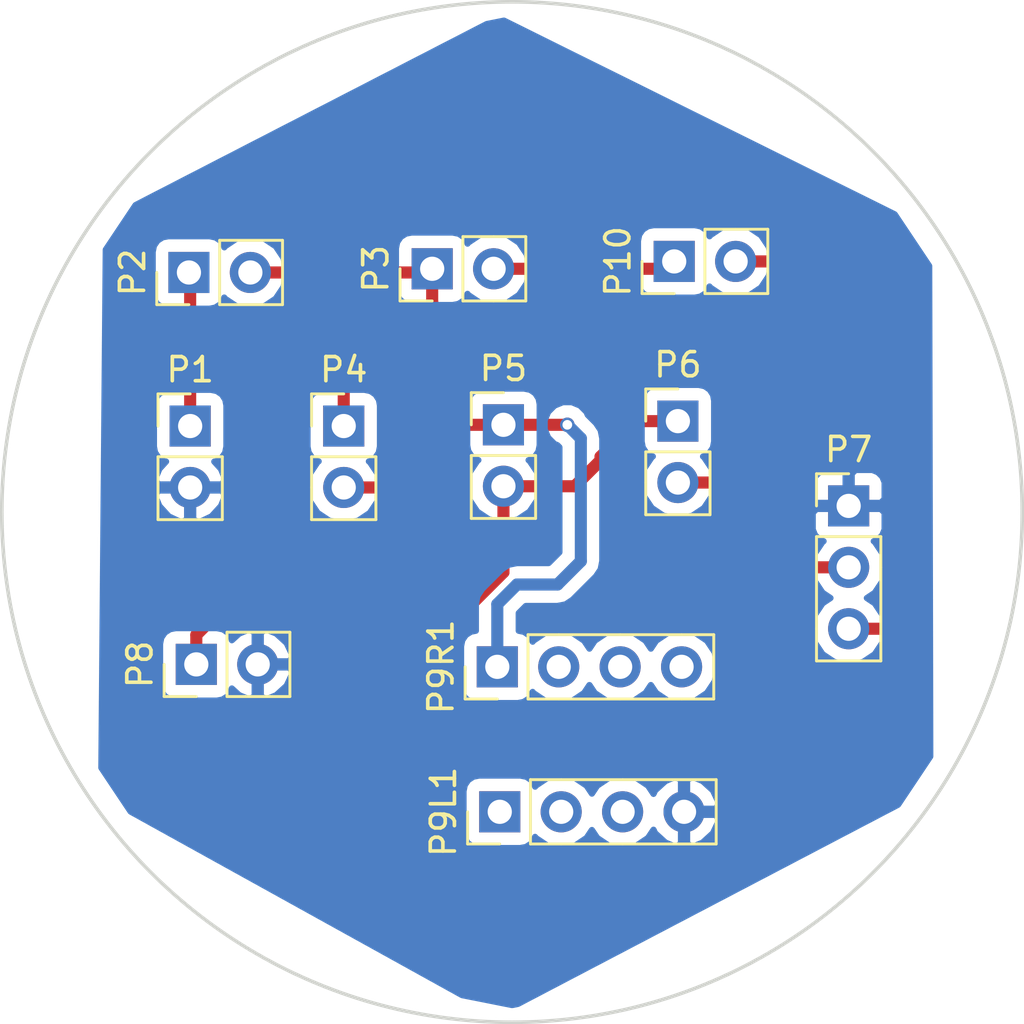
<source format=kicad_pcb>
(kicad_pcb (version 4) (host pcbnew 4.0.4-stable)

  (general
    (links 13)
    (no_connects 0)
    (area 83.576936 78.344536 125.922264 120.689864)
    (thickness 1.6)
    (drawings 1)
    (tracks 44)
    (zones 0)
    (modules 11)
    (nets 15)
  )

  (page A4)
  (layers
    (0 F.Cu signal)
    (31 B.Cu signal)
    (32 B.Adhes user)
    (33 F.Adhes user)
    (34 B.Paste user)
    (35 F.Paste user)
    (36 B.SilkS user)
    (37 F.SilkS user)
    (38 B.Mask user)
    (39 F.Mask user)
    (40 Dwgs.User user)
    (41 Cmts.User user)
    (42 Eco1.User user)
    (43 Eco2.User user)
    (44 Edge.Cuts user)
    (45 Margin user)
    (46 B.CrtYd user)
    (47 F.CrtYd user)
    (48 B.Fab user)
    (49 F.Fab user)
  )

  (setup
    (last_trace_width 0.5)
    (trace_clearance 0.4)
    (zone_clearance 0.508)
    (zone_45_only no)
    (trace_min 0.2)
    (segment_width 0.2)
    (edge_width 0.15)
    (via_size 0.6)
    (via_drill 0.4)
    (via_min_size 0.4)
    (via_min_drill 0.3)
    (uvia_size 0.3)
    (uvia_drill 0.1)
    (uvias_allowed no)
    (uvia_min_size 0.2)
    (uvia_min_drill 0.1)
    (pcb_text_width 0.3)
    (pcb_text_size 1.5 1.5)
    (mod_edge_width 0.15)
    (mod_text_size 1 1)
    (mod_text_width 0.15)
    (pad_size 1.524 1.524)
    (pad_drill 0.762)
    (pad_to_mask_clearance 0.2)
    (aux_axis_origin 0 0)
    (visible_elements FFFFFF7F)
    (pcbplotparams
      (layerselection 0x00030_80000001)
      (usegerberextensions false)
      (excludeedgelayer true)
      (linewidth 0.100000)
      (plotframeref false)
      (viasonmask false)
      (mode 1)
      (useauxorigin false)
      (hpglpennumber 1)
      (hpglpenspeed 20)
      (hpglpendiameter 15)
      (hpglpenoverlay 2)
      (psnegative false)
      (psa4output false)
      (plotreference true)
      (plotvalue true)
      (plotinvisibletext false)
      (padsonsilk false)
      (subtractmaskfromsilk false)
      (outputformat 1)
      (mirror false)
      (drillshape 1)
      (scaleselection 1)
      (outputdirectory ""))
  )

  (net 0 "")
  (net 1 GND)
  (net 2 /3.0V)
  (net 3 /Resistors)
  (net 4 /LED)
  (net 5 /LM385)
  (net 6 /Capacitor)
  (net 7 /B)
  (net 8 /C)
  (net 9 "Net-(P9L1-Pad1)")
  (net 10 "Net-(P9L1-Pad2)")
  (net 11 "Net-(P9L1-Pad3)")
  (net 12 "Net-(P9R1-Pad2)")
  (net 13 "Net-(P9R1-Pad3)")
  (net 14 "Net-(P9R1-Pad4)")

  (net_class Default "This is the default net class."
    (clearance 0.4)
    (trace_width 0.5)
    (via_dia 0.6)
    (via_drill 0.4)
    (uvia_dia 0.3)
    (uvia_drill 0.1)
    (add_net /3.0V)
    (add_net /B)
    (add_net /C)
    (add_net /Capacitor)
    (add_net /LED)
    (add_net /LM385)
    (add_net /Resistors)
    (add_net GND)
    (add_net "Net-(P9L1-Pad1)")
    (add_net "Net-(P9L1-Pad2)")
    (add_net "Net-(P9L1-Pad3)")
    (add_net "Net-(P9R1-Pad2)")
    (add_net "Net-(P9R1-Pad3)")
    (add_net "Net-(P9R1-Pad4)")
  )

  (module Pin_Headers:Pin_Header_Straight_1x02_Pitch2.54mm (layer F.Cu) (tedit 59650532) (tstamp 5B0F551B)
    (at 91.44 95.9612)
    (descr "Through hole straight pin header, 1x02, 2.54mm pitch, single row")
    (tags "Through hole pin header THT 1x02 2.54mm single row")
    (path /5B081C02)
    (fp_text reference P1 (at 0 -2.33) (layer F.SilkS)
      (effects (font (size 1 1) (thickness 0.15)))
    )
    (fp_text value CONN_01X02 (at 0 4.87) (layer F.Fab)
      (effects (font (size 1 1) (thickness 0.15)))
    )
    (fp_line (start -0.635 -1.27) (end 1.27 -1.27) (layer F.Fab) (width 0.1))
    (fp_line (start 1.27 -1.27) (end 1.27 3.81) (layer F.Fab) (width 0.1))
    (fp_line (start 1.27 3.81) (end -1.27 3.81) (layer F.Fab) (width 0.1))
    (fp_line (start -1.27 3.81) (end -1.27 -0.635) (layer F.Fab) (width 0.1))
    (fp_line (start -1.27 -0.635) (end -0.635 -1.27) (layer F.Fab) (width 0.1))
    (fp_line (start -1.33 3.87) (end 1.33 3.87) (layer F.SilkS) (width 0.12))
    (fp_line (start -1.33 1.27) (end -1.33 3.87) (layer F.SilkS) (width 0.12))
    (fp_line (start 1.33 1.27) (end 1.33 3.87) (layer F.SilkS) (width 0.12))
    (fp_line (start -1.33 1.27) (end 1.33 1.27) (layer F.SilkS) (width 0.12))
    (fp_line (start -1.33 0) (end -1.33 -1.33) (layer F.SilkS) (width 0.12))
    (fp_line (start -1.33 -1.33) (end 0 -1.33) (layer F.SilkS) (width 0.12))
    (fp_line (start -1.8 -1.8) (end -1.8 4.35) (layer F.CrtYd) (width 0.05))
    (fp_line (start -1.8 4.35) (end 1.8 4.35) (layer F.CrtYd) (width 0.05))
    (fp_line (start 1.8 4.35) (end 1.8 -1.8) (layer F.CrtYd) (width 0.05))
    (fp_line (start 1.8 -1.8) (end -1.8 -1.8) (layer F.CrtYd) (width 0.05))
    (fp_text user %R (at 0 1.27 90) (layer F.Fab)
      (effects (font (size 1 1) (thickness 0.15)))
    )
    (pad 1 thru_hole rect (at 0 0) (size 1.7 1.7) (drill 1) (layers *.Cu *.Mask)
      (net 2 /3.0V))
    (pad 2 thru_hole oval (at 0 2.54) (size 1.7 1.7) (drill 1) (layers *.Cu *.Mask)
      (net 1 GND))
    (model ${KISYS3DMOD}/Pin_Headers.3dshapes/Pin_Header_Straight_1x02_Pitch2.54mm.wrl
      (at (xyz 0 0 0))
      (scale (xyz 1 1 1))
      (rotate (xyz 0 0 0))
    )
  )

  (module Pin_Headers:Pin_Header_Straight_1x02_Pitch2.54mm (layer F.Cu) (tedit 59650532) (tstamp 5B0F5521)
    (at 91.3892 89.6112 90)
    (descr "Through hole straight pin header, 1x02, 2.54mm pitch, single row")
    (tags "Through hole pin header THT 1x02 2.54mm single row")
    (path /5B081C5A)
    (fp_text reference P2 (at 0 -2.33 90) (layer F.SilkS)
      (effects (font (size 1 1) (thickness 0.15)))
    )
    (fp_text value CONN_01X02 (at 0 4.87 90) (layer F.Fab)
      (effects (font (size 1 1) (thickness 0.15)))
    )
    (fp_line (start -0.635 -1.27) (end 1.27 -1.27) (layer F.Fab) (width 0.1))
    (fp_line (start 1.27 -1.27) (end 1.27 3.81) (layer F.Fab) (width 0.1))
    (fp_line (start 1.27 3.81) (end -1.27 3.81) (layer F.Fab) (width 0.1))
    (fp_line (start -1.27 3.81) (end -1.27 -0.635) (layer F.Fab) (width 0.1))
    (fp_line (start -1.27 -0.635) (end -0.635 -1.27) (layer F.Fab) (width 0.1))
    (fp_line (start -1.33 3.87) (end 1.33 3.87) (layer F.SilkS) (width 0.12))
    (fp_line (start -1.33 1.27) (end -1.33 3.87) (layer F.SilkS) (width 0.12))
    (fp_line (start 1.33 1.27) (end 1.33 3.87) (layer F.SilkS) (width 0.12))
    (fp_line (start -1.33 1.27) (end 1.33 1.27) (layer F.SilkS) (width 0.12))
    (fp_line (start -1.33 0) (end -1.33 -1.33) (layer F.SilkS) (width 0.12))
    (fp_line (start -1.33 -1.33) (end 0 -1.33) (layer F.SilkS) (width 0.12))
    (fp_line (start -1.8 -1.8) (end -1.8 4.35) (layer F.CrtYd) (width 0.05))
    (fp_line (start -1.8 4.35) (end 1.8 4.35) (layer F.CrtYd) (width 0.05))
    (fp_line (start 1.8 4.35) (end 1.8 -1.8) (layer F.CrtYd) (width 0.05))
    (fp_line (start 1.8 -1.8) (end -1.8 -1.8) (layer F.CrtYd) (width 0.05))
    (fp_text user %R (at 0 1.27 180) (layer F.Fab)
      (effects (font (size 1 1) (thickness 0.15)))
    )
    (pad 1 thru_hole rect (at 0 0 90) (size 1.7 1.7) (drill 1) (layers *.Cu *.Mask)
      (net 2 /3.0V))
    (pad 2 thru_hole oval (at 0 2.54 90) (size 1.7 1.7) (drill 1) (layers *.Cu *.Mask)
      (net 3 /Resistors))
    (model ${KISYS3DMOD}/Pin_Headers.3dshapes/Pin_Header_Straight_1x02_Pitch2.54mm.wrl
      (at (xyz 0 0 0))
      (scale (xyz 1 1 1))
      (rotate (xyz 0 0 0))
    )
  )

  (module Pin_Headers:Pin_Header_Straight_1x02_Pitch2.54mm (layer F.Cu) (tedit 5B1332A3) (tstamp 5B0F5527)
    (at 101.4476 89.4588 90)
    (descr "Through hole straight pin header, 1x02, 2.54mm pitch, single row")
    (tags "Through hole pin header THT 1x02 2.54mm single row")
    (path /5B081C95)
    (fp_text reference P3 (at 0 -2.33 90) (layer F.SilkS)
      (effects (font (size 1 1) (thickness 0.15)))
    )
    (fp_text value CONN_01X02 (at 0 4.87 90) (layer F.Fab)
      (effects (font (size 1 1) (thickness 0.15)))
    )
    (fp_line (start -0.635 -1.27) (end 1.27 -1.27) (layer F.Fab) (width 0.1))
    (fp_line (start 1.27 -1.27) (end 1.27 3.81) (layer F.Fab) (width 0.1))
    (fp_line (start 1.27 3.81) (end -1.27 3.81) (layer F.Fab) (width 0.1))
    (fp_line (start -1.27 3.81) (end -1.27 -0.635) (layer F.Fab) (width 0.1))
    (fp_line (start -1.27 -0.635) (end -0.635 -1.27) (layer F.Fab) (width 0.1))
    (fp_line (start -1.33 3.87) (end 1.33 3.87) (layer F.SilkS) (width 0.12))
    (fp_line (start -1.33 1.27) (end -1.33 3.87) (layer F.SilkS) (width 0.12))
    (fp_line (start 1.33 1.27) (end 1.33 3.87) (layer F.SilkS) (width 0.12))
    (fp_line (start -1.33 1.27) (end 1.33 1.27) (layer F.SilkS) (width 0.12))
    (fp_line (start -1.33 0) (end -1.33 -1.33) (layer F.SilkS) (width 0.12))
    (fp_line (start -1.33 -1.33) (end 0 -1.33) (layer F.SilkS) (width 0.12))
    (fp_line (start -1.8 -1.8) (end -1.8 4.35) (layer F.CrtYd) (width 0.05))
    (fp_line (start -1.8 4.35) (end 1.8 4.35) (layer F.CrtYd) (width 0.05))
    (fp_line (start 1.8 4.35) (end 1.8 -1.8) (layer F.CrtYd) (width 0.05))
    (fp_line (start 1.8 -1.8) (end -1.8 -1.8) (layer F.CrtYd) (width 0.05))
    (fp_text user %R (at 0 1.27 180) (layer F.Fab)
      (effects (font (size 1 1) (thickness 0.15)))
    )
    (pad 1 thru_hole rect (at 0 0 90) (size 1.7 1.7) (drill 1) (layers *.Cu *.Mask)
      (net 3 /Resistors))
    (pad 2 thru_hole oval (at 0 2.54 90) (size 1.7 1.7) (drill 1) (layers *.Cu *.Mask)
      (net 4 /LED))
    (model ${KISYS3DMOD}/Pin_Headers.3dshapes/Pin_Header_Straight_1x02_Pitch2.54mm.wrl
      (at (xyz 0 0 0))
      (scale (xyz 1 1 1))
      (rotate (xyz 0 0 0))
    )
  )

  (module Pin_Headers:Pin_Header_Straight_1x02_Pitch2.54mm (layer F.Cu) (tedit 59650532) (tstamp 5B0F552D)
    (at 97.79 95.9612)
    (descr "Through hole straight pin header, 1x02, 2.54mm pitch, single row")
    (tags "Through hole pin header THT 1x02 2.54mm single row")
    (path /5B081CC4)
    (fp_text reference P4 (at 0 -2.33) (layer F.SilkS)
      (effects (font (size 1 1) (thickness 0.15)))
    )
    (fp_text value CONN_01X02 (at 0 4.87) (layer F.Fab)
      (effects (font (size 1 1) (thickness 0.15)))
    )
    (fp_line (start -0.635 -1.27) (end 1.27 -1.27) (layer F.Fab) (width 0.1))
    (fp_line (start 1.27 -1.27) (end 1.27 3.81) (layer F.Fab) (width 0.1))
    (fp_line (start 1.27 3.81) (end -1.27 3.81) (layer F.Fab) (width 0.1))
    (fp_line (start -1.27 3.81) (end -1.27 -0.635) (layer F.Fab) (width 0.1))
    (fp_line (start -1.27 -0.635) (end -0.635 -1.27) (layer F.Fab) (width 0.1))
    (fp_line (start -1.33 3.87) (end 1.33 3.87) (layer F.SilkS) (width 0.12))
    (fp_line (start -1.33 1.27) (end -1.33 3.87) (layer F.SilkS) (width 0.12))
    (fp_line (start 1.33 1.27) (end 1.33 3.87) (layer F.SilkS) (width 0.12))
    (fp_line (start -1.33 1.27) (end 1.33 1.27) (layer F.SilkS) (width 0.12))
    (fp_line (start -1.33 0) (end -1.33 -1.33) (layer F.SilkS) (width 0.12))
    (fp_line (start -1.33 -1.33) (end 0 -1.33) (layer F.SilkS) (width 0.12))
    (fp_line (start -1.8 -1.8) (end -1.8 4.35) (layer F.CrtYd) (width 0.05))
    (fp_line (start -1.8 4.35) (end 1.8 4.35) (layer F.CrtYd) (width 0.05))
    (fp_line (start 1.8 4.35) (end 1.8 -1.8) (layer F.CrtYd) (width 0.05))
    (fp_line (start 1.8 -1.8) (end -1.8 -1.8) (layer F.CrtYd) (width 0.05))
    (fp_text user %R (at 0 1.27 90) (layer F.Fab)
      (effects (font (size 1 1) (thickness 0.15)))
    )
    (pad 1 thru_hole rect (at 0 0) (size 1.7 1.7) (drill 1) (layers *.Cu *.Mask)
      (net 3 /Resistors))
    (pad 2 thru_hole oval (at 0 2.54) (size 1.7 1.7) (drill 1) (layers *.Cu *.Mask)
      (net 5 /LM385))
    (model ${KISYS3DMOD}/Pin_Headers.3dshapes/Pin_Header_Straight_1x02_Pitch2.54mm.wrl
      (at (xyz 0 0 0))
      (scale (xyz 1 1 1))
      (rotate (xyz 0 0 0))
    )
  )

  (module Pin_Headers:Pin_Header_Straight_1x02_Pitch2.54mm (layer F.Cu) (tedit 59650532) (tstamp 5B0F5533)
    (at 104.394 95.9104)
    (descr "Through hole straight pin header, 1x02, 2.54mm pitch, single row")
    (tags "Through hole pin header THT 1x02 2.54mm single row")
    (path /5B081CE3)
    (fp_text reference P5 (at 0 -2.33) (layer F.SilkS)
      (effects (font (size 1 1) (thickness 0.15)))
    )
    (fp_text value CONN_01X02 (at 0 4.87) (layer F.Fab)
      (effects (font (size 1 1) (thickness 0.15)))
    )
    (fp_line (start -0.635 -1.27) (end 1.27 -1.27) (layer F.Fab) (width 0.1))
    (fp_line (start 1.27 -1.27) (end 1.27 3.81) (layer F.Fab) (width 0.1))
    (fp_line (start 1.27 3.81) (end -1.27 3.81) (layer F.Fab) (width 0.1))
    (fp_line (start -1.27 3.81) (end -1.27 -0.635) (layer F.Fab) (width 0.1))
    (fp_line (start -1.27 -0.635) (end -0.635 -1.27) (layer F.Fab) (width 0.1))
    (fp_line (start -1.33 3.87) (end 1.33 3.87) (layer F.SilkS) (width 0.12))
    (fp_line (start -1.33 1.27) (end -1.33 3.87) (layer F.SilkS) (width 0.12))
    (fp_line (start 1.33 1.27) (end 1.33 3.87) (layer F.SilkS) (width 0.12))
    (fp_line (start -1.33 1.27) (end 1.33 1.27) (layer F.SilkS) (width 0.12))
    (fp_line (start -1.33 0) (end -1.33 -1.33) (layer F.SilkS) (width 0.12))
    (fp_line (start -1.33 -1.33) (end 0 -1.33) (layer F.SilkS) (width 0.12))
    (fp_line (start -1.8 -1.8) (end -1.8 4.35) (layer F.CrtYd) (width 0.05))
    (fp_line (start -1.8 4.35) (end 1.8 4.35) (layer F.CrtYd) (width 0.05))
    (fp_line (start 1.8 4.35) (end 1.8 -1.8) (layer F.CrtYd) (width 0.05))
    (fp_line (start 1.8 -1.8) (end -1.8 -1.8) (layer F.CrtYd) (width 0.05))
    (fp_text user %R (at 0 1.27 90) (layer F.Fab)
      (effects (font (size 1 1) (thickness 0.15)))
    )
    (pad 1 thru_hole rect (at 0 0) (size 1.7 1.7) (drill 1) (layers *.Cu *.Mask)
      (net 5 /LM385))
    (pad 2 thru_hole oval (at 0 2.54) (size 1.7 1.7) (drill 1) (layers *.Cu *.Mask)
      (net 6 /Capacitor))
    (model ${KISYS3DMOD}/Pin_Headers.3dshapes/Pin_Header_Straight_1x02_Pitch2.54mm.wrl
      (at (xyz 0 0 0))
      (scale (xyz 1 1 1))
      (rotate (xyz 0 0 0))
    )
  )

  (module Pin_Headers:Pin_Header_Straight_1x02_Pitch2.54mm (layer F.Cu) (tedit 59650532) (tstamp 5B0F5539)
    (at 111.6076 95.758)
    (descr "Through hole straight pin header, 1x02, 2.54mm pitch, single row")
    (tags "Through hole pin header THT 1x02 2.54mm single row")
    (path /5B081D21)
    (fp_text reference P6 (at 0 -2.33) (layer F.SilkS)
      (effects (font (size 1 1) (thickness 0.15)))
    )
    (fp_text value CONN_01X02 (at 0 4.87) (layer F.Fab)
      (effects (font (size 1 1) (thickness 0.15)))
    )
    (fp_line (start -0.635 -1.27) (end 1.27 -1.27) (layer F.Fab) (width 0.1))
    (fp_line (start 1.27 -1.27) (end 1.27 3.81) (layer F.Fab) (width 0.1))
    (fp_line (start 1.27 3.81) (end -1.27 3.81) (layer F.Fab) (width 0.1))
    (fp_line (start -1.27 3.81) (end -1.27 -0.635) (layer F.Fab) (width 0.1))
    (fp_line (start -1.27 -0.635) (end -0.635 -1.27) (layer F.Fab) (width 0.1))
    (fp_line (start -1.33 3.87) (end 1.33 3.87) (layer F.SilkS) (width 0.12))
    (fp_line (start -1.33 1.27) (end -1.33 3.87) (layer F.SilkS) (width 0.12))
    (fp_line (start 1.33 1.27) (end 1.33 3.87) (layer F.SilkS) (width 0.12))
    (fp_line (start -1.33 1.27) (end 1.33 1.27) (layer F.SilkS) (width 0.12))
    (fp_line (start -1.33 0) (end -1.33 -1.33) (layer F.SilkS) (width 0.12))
    (fp_line (start -1.33 -1.33) (end 0 -1.33) (layer F.SilkS) (width 0.12))
    (fp_line (start -1.8 -1.8) (end -1.8 4.35) (layer F.CrtYd) (width 0.05))
    (fp_line (start -1.8 4.35) (end 1.8 4.35) (layer F.CrtYd) (width 0.05))
    (fp_line (start 1.8 4.35) (end 1.8 -1.8) (layer F.CrtYd) (width 0.05))
    (fp_line (start 1.8 -1.8) (end -1.8 -1.8) (layer F.CrtYd) (width 0.05))
    (fp_text user %R (at 0 1.27 90) (layer F.Fab)
      (effects (font (size 1 1) (thickness 0.15)))
    )
    (pad 1 thru_hole rect (at 0 0) (size 1.7 1.7) (drill 1) (layers *.Cu *.Mask)
      (net 6 /Capacitor))
    (pad 2 thru_hole oval (at 0 2.54) (size 1.7 1.7) (drill 1) (layers *.Cu *.Mask)
      (net 7 /B))
    (model ${KISYS3DMOD}/Pin_Headers.3dshapes/Pin_Header_Straight_1x02_Pitch2.54mm.wrl
      (at (xyz 0 0 0))
      (scale (xyz 1 1 1))
      (rotate (xyz 0 0 0))
    )
  )

  (module Pin_Headers:Pin_Header_Straight_1x03_Pitch2.54mm (layer F.Cu) (tedit 59650532) (tstamp 5B0F5540)
    (at 118.6688 99.2632)
    (descr "Through hole straight pin header, 1x03, 2.54mm pitch, single row")
    (tags "Through hole pin header THT 1x03 2.54mm single row")
    (path /5B0826B9)
    (fp_text reference P7 (at 0 -2.33) (layer F.SilkS)
      (effects (font (size 1 1) (thickness 0.15)))
    )
    (fp_text value CONN_01X03 (at 0 7.41) (layer F.Fab)
      (effects (font (size 1 1) (thickness 0.15)))
    )
    (fp_line (start -0.635 -1.27) (end 1.27 -1.27) (layer F.Fab) (width 0.1))
    (fp_line (start 1.27 -1.27) (end 1.27 6.35) (layer F.Fab) (width 0.1))
    (fp_line (start 1.27 6.35) (end -1.27 6.35) (layer F.Fab) (width 0.1))
    (fp_line (start -1.27 6.35) (end -1.27 -0.635) (layer F.Fab) (width 0.1))
    (fp_line (start -1.27 -0.635) (end -0.635 -1.27) (layer F.Fab) (width 0.1))
    (fp_line (start -1.33 6.41) (end 1.33 6.41) (layer F.SilkS) (width 0.12))
    (fp_line (start -1.33 1.27) (end -1.33 6.41) (layer F.SilkS) (width 0.12))
    (fp_line (start 1.33 1.27) (end 1.33 6.41) (layer F.SilkS) (width 0.12))
    (fp_line (start -1.33 1.27) (end 1.33 1.27) (layer F.SilkS) (width 0.12))
    (fp_line (start -1.33 0) (end -1.33 -1.33) (layer F.SilkS) (width 0.12))
    (fp_line (start -1.33 -1.33) (end 0 -1.33) (layer F.SilkS) (width 0.12))
    (fp_line (start -1.8 -1.8) (end -1.8 6.85) (layer F.CrtYd) (width 0.05))
    (fp_line (start -1.8 6.85) (end 1.8 6.85) (layer F.CrtYd) (width 0.05))
    (fp_line (start 1.8 6.85) (end 1.8 -1.8) (layer F.CrtYd) (width 0.05))
    (fp_line (start 1.8 -1.8) (end -1.8 -1.8) (layer F.CrtYd) (width 0.05))
    (fp_text user %R (at 0 2.54 90) (layer F.Fab)
      (effects (font (size 1 1) (thickness 0.15)))
    )
    (pad 1 thru_hole rect (at 0 0) (size 1.7 1.7) (drill 1) (layers *.Cu *.Mask)
      (net 1 GND))
    (pad 2 thru_hole oval (at 0 2.54) (size 1.7 1.7) (drill 1) (layers *.Cu *.Mask)
      (net 7 /B))
    (pad 3 thru_hole oval (at 0 5.08) (size 1.7 1.7) (drill 1) (layers *.Cu *.Mask)
      (net 8 /C))
    (model ${KISYS3DMOD}/Pin_Headers.3dshapes/Pin_Header_Straight_1x03_Pitch2.54mm.wrl
      (at (xyz 0 0 0))
      (scale (xyz 1 1 1))
      (rotate (xyz 0 0 0))
    )
  )

  (module Pin_Headers:Pin_Header_Straight_1x02_Pitch2.54mm (layer F.Cu) (tedit 59650532) (tstamp 5B0F5546)
    (at 91.694 105.8164 90)
    (descr "Through hole straight pin header, 1x02, 2.54mm pitch, single row")
    (tags "Through hole pin header THT 1x02 2.54mm single row")
    (path /5B083257)
    (fp_text reference P8 (at 0 -2.33 90) (layer F.SilkS)
      (effects (font (size 1 1) (thickness 0.15)))
    )
    (fp_text value CONN_01X02 (at 0 4.87 90) (layer F.Fab)
      (effects (font (size 1 1) (thickness 0.15)))
    )
    (fp_line (start -0.635 -1.27) (end 1.27 -1.27) (layer F.Fab) (width 0.1))
    (fp_line (start 1.27 -1.27) (end 1.27 3.81) (layer F.Fab) (width 0.1))
    (fp_line (start 1.27 3.81) (end -1.27 3.81) (layer F.Fab) (width 0.1))
    (fp_line (start -1.27 3.81) (end -1.27 -0.635) (layer F.Fab) (width 0.1))
    (fp_line (start -1.27 -0.635) (end -0.635 -1.27) (layer F.Fab) (width 0.1))
    (fp_line (start -1.33 3.87) (end 1.33 3.87) (layer F.SilkS) (width 0.12))
    (fp_line (start -1.33 1.27) (end -1.33 3.87) (layer F.SilkS) (width 0.12))
    (fp_line (start 1.33 1.27) (end 1.33 3.87) (layer F.SilkS) (width 0.12))
    (fp_line (start -1.33 1.27) (end 1.33 1.27) (layer F.SilkS) (width 0.12))
    (fp_line (start -1.33 0) (end -1.33 -1.33) (layer F.SilkS) (width 0.12))
    (fp_line (start -1.33 -1.33) (end 0 -1.33) (layer F.SilkS) (width 0.12))
    (fp_line (start -1.8 -1.8) (end -1.8 4.35) (layer F.CrtYd) (width 0.05))
    (fp_line (start -1.8 4.35) (end 1.8 4.35) (layer F.CrtYd) (width 0.05))
    (fp_line (start 1.8 4.35) (end 1.8 -1.8) (layer F.CrtYd) (width 0.05))
    (fp_line (start 1.8 -1.8) (end -1.8 -1.8) (layer F.CrtYd) (width 0.05))
    (fp_text user %R (at 0 1.27 180) (layer F.Fab)
      (effects (font (size 1 1) (thickness 0.15)))
    )
    (pad 1 thru_hole rect (at 0 0 90) (size 1.7 1.7) (drill 1) (layers *.Cu *.Mask)
      (net 6 /Capacitor))
    (pad 2 thru_hole oval (at 0 2.54 90) (size 1.7 1.7) (drill 1) (layers *.Cu *.Mask)
      (net 1 GND))
    (model ${KISYS3DMOD}/Pin_Headers.3dshapes/Pin_Header_Straight_1x02_Pitch2.54mm.wrl
      (at (xyz 0 0 0))
      (scale (xyz 1 1 1))
      (rotate (xyz 0 0 0))
    )
  )

  (module Pin_Headers:Pin_Header_Straight_1x04_Pitch2.54mm (layer F.Cu) (tedit 59650532) (tstamp 5B0F554E)
    (at 104.2416 111.9124 90)
    (descr "Through hole straight pin header, 1x04, 2.54mm pitch, single row")
    (tags "Through hole pin header THT 1x04 2.54mm single row")
    (path /5B0825E4)
    (fp_text reference P9L1 (at 0 -2.33 90) (layer F.SilkS)
      (effects (font (size 1 1) (thickness 0.15)))
    )
    (fp_text value CONN_01X04 (at 0 9.95 90) (layer F.Fab)
      (effects (font (size 1 1) (thickness 0.15)))
    )
    (fp_line (start -0.635 -1.27) (end 1.27 -1.27) (layer F.Fab) (width 0.1))
    (fp_line (start 1.27 -1.27) (end 1.27 8.89) (layer F.Fab) (width 0.1))
    (fp_line (start 1.27 8.89) (end -1.27 8.89) (layer F.Fab) (width 0.1))
    (fp_line (start -1.27 8.89) (end -1.27 -0.635) (layer F.Fab) (width 0.1))
    (fp_line (start -1.27 -0.635) (end -0.635 -1.27) (layer F.Fab) (width 0.1))
    (fp_line (start -1.33 8.95) (end 1.33 8.95) (layer F.SilkS) (width 0.12))
    (fp_line (start -1.33 1.27) (end -1.33 8.95) (layer F.SilkS) (width 0.12))
    (fp_line (start 1.33 1.27) (end 1.33 8.95) (layer F.SilkS) (width 0.12))
    (fp_line (start -1.33 1.27) (end 1.33 1.27) (layer F.SilkS) (width 0.12))
    (fp_line (start -1.33 0) (end -1.33 -1.33) (layer F.SilkS) (width 0.12))
    (fp_line (start -1.33 -1.33) (end 0 -1.33) (layer F.SilkS) (width 0.12))
    (fp_line (start -1.8 -1.8) (end -1.8 9.4) (layer F.CrtYd) (width 0.05))
    (fp_line (start -1.8 9.4) (end 1.8 9.4) (layer F.CrtYd) (width 0.05))
    (fp_line (start 1.8 9.4) (end 1.8 -1.8) (layer F.CrtYd) (width 0.05))
    (fp_line (start 1.8 -1.8) (end -1.8 -1.8) (layer F.CrtYd) (width 0.05))
    (fp_text user %R (at 0 3.81 180) (layer F.Fab)
      (effects (font (size 1 1) (thickness 0.15)))
    )
    (pad 1 thru_hole rect (at 0 0 90) (size 1.7 1.7) (drill 1) (layers *.Cu *.Mask)
      (net 9 "Net-(P9L1-Pad1)"))
    (pad 2 thru_hole oval (at 0 2.54 90) (size 1.7 1.7) (drill 1) (layers *.Cu *.Mask)
      (net 10 "Net-(P9L1-Pad2)"))
    (pad 3 thru_hole oval (at 0 5.08 90) (size 1.7 1.7) (drill 1) (layers *.Cu *.Mask)
      (net 11 "Net-(P9L1-Pad3)"))
    (pad 4 thru_hole oval (at 0 7.62 90) (size 1.7 1.7) (drill 1) (layers *.Cu *.Mask)
      (net 1 GND))
    (model ${KISYS3DMOD}/Pin_Headers.3dshapes/Pin_Header_Straight_1x04_Pitch2.54mm.wrl
      (at (xyz 0 0 0))
      (scale (xyz 1 1 1))
      (rotate (xyz 0 0 0))
    )
  )

  (module Pin_Headers:Pin_Header_Straight_1x04_Pitch2.54mm (layer F.Cu) (tedit 59650532) (tstamp 5B0F5556)
    (at 104.14 105.918 90)
    (descr "Through hole straight pin header, 1x04, 2.54mm pitch, single row")
    (tags "Through hole pin header THT 1x04 2.54mm single row")
    (path /5B08257B)
    (fp_text reference P9R1 (at 0 -2.33 90) (layer F.SilkS)
      (effects (font (size 1 1) (thickness 0.15)))
    )
    (fp_text value CONN_01X04 (at 0 9.95 90) (layer F.Fab)
      (effects (font (size 1 1) (thickness 0.15)))
    )
    (fp_line (start -0.635 -1.27) (end 1.27 -1.27) (layer F.Fab) (width 0.1))
    (fp_line (start 1.27 -1.27) (end 1.27 8.89) (layer F.Fab) (width 0.1))
    (fp_line (start 1.27 8.89) (end -1.27 8.89) (layer F.Fab) (width 0.1))
    (fp_line (start -1.27 8.89) (end -1.27 -0.635) (layer F.Fab) (width 0.1))
    (fp_line (start -1.27 -0.635) (end -0.635 -1.27) (layer F.Fab) (width 0.1))
    (fp_line (start -1.33 8.95) (end 1.33 8.95) (layer F.SilkS) (width 0.12))
    (fp_line (start -1.33 1.27) (end -1.33 8.95) (layer F.SilkS) (width 0.12))
    (fp_line (start 1.33 1.27) (end 1.33 8.95) (layer F.SilkS) (width 0.12))
    (fp_line (start -1.33 1.27) (end 1.33 1.27) (layer F.SilkS) (width 0.12))
    (fp_line (start -1.33 0) (end -1.33 -1.33) (layer F.SilkS) (width 0.12))
    (fp_line (start -1.33 -1.33) (end 0 -1.33) (layer F.SilkS) (width 0.12))
    (fp_line (start -1.8 -1.8) (end -1.8 9.4) (layer F.CrtYd) (width 0.05))
    (fp_line (start -1.8 9.4) (end 1.8 9.4) (layer F.CrtYd) (width 0.05))
    (fp_line (start 1.8 9.4) (end 1.8 -1.8) (layer F.CrtYd) (width 0.05))
    (fp_line (start 1.8 -1.8) (end -1.8 -1.8) (layer F.CrtYd) (width 0.05))
    (fp_text user %R (at 0 3.81 180) (layer F.Fab)
      (effects (font (size 1 1) (thickness 0.15)))
    )
    (pad 1 thru_hole rect (at 0 0 90) (size 1.7 1.7) (drill 1) (layers *.Cu *.Mask)
      (net 5 /LM385))
    (pad 2 thru_hole oval (at 0 2.54 90) (size 1.7 1.7) (drill 1) (layers *.Cu *.Mask)
      (net 12 "Net-(P9R1-Pad2)"))
    (pad 3 thru_hole oval (at 0 5.08 90) (size 1.7 1.7) (drill 1) (layers *.Cu *.Mask)
      (net 13 "Net-(P9R1-Pad3)"))
    (pad 4 thru_hole oval (at 0 7.62 90) (size 1.7 1.7) (drill 1) (layers *.Cu *.Mask)
      (net 14 "Net-(P9R1-Pad4)"))
    (model ${KISYS3DMOD}/Pin_Headers.3dshapes/Pin_Header_Straight_1x04_Pitch2.54mm.wrl
      (at (xyz 0 0 0))
      (scale (xyz 1 1 1))
      (rotate (xyz 0 0 0))
    )
  )

  (module Pin_Headers:Pin_Header_Straight_1x02_Pitch2.54mm (layer F.Cu) (tedit 59650532) (tstamp 5B0F555C)
    (at 111.4552 89.154 90)
    (descr "Through hole straight pin header, 1x02, 2.54mm pitch, single row")
    (tags "Through hole pin header THT 1x02 2.54mm single row")
    (path /5B0F4E59)
    (fp_text reference P10 (at 0 -2.33 90) (layer F.SilkS)
      (effects (font (size 1 1) (thickness 0.15)))
    )
    (fp_text value CONN_01X02 (at 0 4.87 90) (layer F.Fab)
      (effects (font (size 1 1) (thickness 0.15)))
    )
    (fp_line (start -0.635 -1.27) (end 1.27 -1.27) (layer F.Fab) (width 0.1))
    (fp_line (start 1.27 -1.27) (end 1.27 3.81) (layer F.Fab) (width 0.1))
    (fp_line (start 1.27 3.81) (end -1.27 3.81) (layer F.Fab) (width 0.1))
    (fp_line (start -1.27 3.81) (end -1.27 -0.635) (layer F.Fab) (width 0.1))
    (fp_line (start -1.27 -0.635) (end -0.635 -1.27) (layer F.Fab) (width 0.1))
    (fp_line (start -1.33 3.87) (end 1.33 3.87) (layer F.SilkS) (width 0.12))
    (fp_line (start -1.33 1.27) (end -1.33 3.87) (layer F.SilkS) (width 0.12))
    (fp_line (start 1.33 1.27) (end 1.33 3.87) (layer F.SilkS) (width 0.12))
    (fp_line (start -1.33 1.27) (end 1.33 1.27) (layer F.SilkS) (width 0.12))
    (fp_line (start -1.33 0) (end -1.33 -1.33) (layer F.SilkS) (width 0.12))
    (fp_line (start -1.33 -1.33) (end 0 -1.33) (layer F.SilkS) (width 0.12))
    (fp_line (start -1.8 -1.8) (end -1.8 4.35) (layer F.CrtYd) (width 0.05))
    (fp_line (start -1.8 4.35) (end 1.8 4.35) (layer F.CrtYd) (width 0.05))
    (fp_line (start 1.8 4.35) (end 1.8 -1.8) (layer F.CrtYd) (width 0.05))
    (fp_line (start 1.8 -1.8) (end -1.8 -1.8) (layer F.CrtYd) (width 0.05))
    (fp_text user %R (at 0 1.27 180) (layer F.Fab)
      (effects (font (size 1 1) (thickness 0.15)))
    )
    (pad 1 thru_hole rect (at 0 0 90) (size 1.7 1.7) (drill 1) (layers *.Cu *.Mask)
      (net 4 /LED))
    (pad 2 thru_hole oval (at 0 2.54 90) (size 1.7 1.7) (drill 1) (layers *.Cu *.Mask)
      (net 8 /C))
    (model ${KISYS3DMOD}/Pin_Headers.3dshapes/Pin_Header_Straight_1x02_Pitch2.54mm.wrl
      (at (xyz 0 0 0))
      (scale (xyz 1 1 1))
      (rotate (xyz 0 0 0))
    )
  )

  (gr_circle (center 104.7496 99.5172) (end 103.9368 78.4352) (layer Edge.Cuts) (width 0.15))

  (segment (start 91.44 95.9612) (end 91.44 89.662) (width 0.5) (layer F.Cu) (net 2))
  (segment (start 91.44 89.662) (end 91.3892 89.6112) (width 0.5) (layer F.Cu) (net 2) (tstamp 5B1489A1))
  (segment (start 101.4476 89.4588) (end 101.4476 90.8304) (width 0.5) (layer F.Cu) (net 3))
  (segment (start 97.79 92.71) (end 97.79 95.9612) (width 0.5) (layer F.Cu) (net 3) (tstamp 5B148984))
  (segment (start 98.5012 91.9988) (end 97.79 92.71) (width 0.5) (layer F.Cu) (net 3) (tstamp 5B148981))
  (segment (start 100.2792 91.9988) (end 98.5012 91.9988) (width 0.5) (layer F.Cu) (net 3) (tstamp 5B14897F))
  (segment (start 101.4476 90.8304) (end 100.2792 91.9988) (width 0.5) (layer F.Cu) (net 3) (tstamp 5B14897C))
  (segment (start 93.9292 89.6112) (end 101.2952 89.6112) (width 0.5) (layer F.Cu) (net 3))
  (segment (start 101.2952 89.6112) (end 101.4476 89.4588) (width 0.5) (layer F.Cu) (net 3) (tstamp 5B14896F))
  (segment (start 103.9876 89.4588) (end 111.1504 89.4588) (width 0.5) (layer F.Cu) (net 4))
  (segment (start 111.1504 89.4588) (end 111.4552 89.154) (width 0.5) (layer F.Cu) (net 4) (tstamp 5B148996))
  (segment (start 104.394 95.9104) (end 107.0356 95.9104) (width 0.5) (layer F.Cu) (net 5))
  (segment (start 104.14 103.3272) (end 104.14 105.918) (width 0.5) (layer B.Cu) (net 5) (tstamp 5B148A8A))
  (segment (start 104.9528 102.5144) (end 104.14 103.3272) (width 0.5) (layer B.Cu) (net 5) (tstamp 5B148A88))
  (segment (start 106.6292 102.5144) (end 104.9528 102.5144) (width 0.5) (layer B.Cu) (net 5) (tstamp 5B148A85))
  (segment (start 107.5944 101.5492) (end 106.6292 102.5144) (width 0.5) (layer B.Cu) (net 5) (tstamp 5B148A80))
  (segment (start 107.5944 96.4692) (end 107.5944 101.5492) (width 0.5) (layer B.Cu) (net 5) (tstamp 5B148A7C))
  (segment (start 107.0356 95.9104) (end 107.5944 96.4692) (width 0.5) (layer B.Cu) (net 5) (tstamp 5B148A7B))
  (via (at 107.0356 95.9104) (size 0.6) (drill 0.4) (layers F.Cu B.Cu) (net 5))
  (segment (start 104.394 95.9104) (end 102.7684 95.9104) (width 0.5) (layer F.Cu) (net 5))
  (segment (start 100.838 98.5012) (end 97.79 98.5012) (width 0.5) (layer F.Cu) (net 5) (tstamp 5B1489BB))
  (segment (start 101.854 97.4852) (end 100.838 98.5012) (width 0.5) (layer F.Cu) (net 5) (tstamp 5B1489B9))
  (segment (start 101.854 96.8248) (end 101.854 97.4852) (width 0.5) (layer F.Cu) (net 5) (tstamp 5B1489B3))
  (segment (start 102.7684 95.9104) (end 101.854 96.8248) (width 0.5) (layer F.Cu) (net 5) (tstamp 5B1489AF))
  (segment (start 111.6076 95.758) (end 109.8804 95.758) (width 0.5) (layer F.Cu) (net 6))
  (segment (start 107.3404 98.4504) (end 104.394 98.4504) (width 0.5) (layer F.Cu) (net 6) (tstamp 5B1489E4))
  (segment (start 108.4072 97.3836) (end 107.3404 98.4504) (width 0.5) (layer F.Cu) (net 6) (tstamp 5B1489E1))
  (segment (start 108.4072 97.2312) (end 108.4072 97.3836) (width 0.5) (layer F.Cu) (net 6) (tstamp 5B1489DE))
  (segment (start 109.8804 95.758) (end 108.4072 97.2312) (width 0.5) (layer F.Cu) (net 6) (tstamp 5B1489DB))
  (segment (start 91.694 105.8164) (end 91.694 104.5972) (width 0.5) (layer F.Cu) (net 6))
  (segment (start 104.394 102.0064) (end 104.394 98.4504) (width 0.5) (layer F.Cu) (net 6) (tstamp 5B1489D2))
  (segment (start 103.1748 103.2256) (end 104.394 102.0064) (width 0.5) (layer F.Cu) (net 6) (tstamp 5B1489CE))
  (segment (start 93.0656 103.2256) (end 103.1748 103.2256) (width 0.5) (layer F.Cu) (net 6) (tstamp 5B1489CB))
  (segment (start 91.694 104.5972) (end 93.0656 103.2256) (width 0.5) (layer F.Cu) (net 6) (tstamp 5B1489C7))
  (segment (start 111.6076 98.298) (end 113.8428 98.298) (width 0.5) (layer F.Cu) (net 7))
  (segment (start 116.1796 101.8032) (end 118.6688 101.8032) (width 0.5) (layer F.Cu) (net 7) (tstamp 5B148955))
  (segment (start 115.062 100.6856) (end 116.1796 101.8032) (width 0.5) (layer F.Cu) (net 7) (tstamp 5B148951))
  (segment (start 115.062 99.5172) (end 115.062 100.6856) (width 0.5) (layer F.Cu) (net 7) (tstamp 5B14894F))
  (segment (start 113.8428 98.298) (end 115.062 99.5172) (width 0.5) (layer F.Cu) (net 7) (tstamp 5B14894C))
  (segment (start 118.6688 104.3432) (end 120.142 104.3432) (width 0.5) (layer F.Cu) (net 8))
  (segment (start 118.5164 89.154) (end 113.9952 89.154) (width 0.5) (layer F.Cu) (net 8) (tstamp 5B148938))
  (segment (start 120.904 91.5416) (end 118.5164 89.154) (width 0.5) (layer F.Cu) (net 8) (tstamp 5B148931))
  (segment (start 120.904 103.5812) (end 120.904 91.5416) (width 0.5) (layer F.Cu) (net 8) (tstamp 5B148927))
  (segment (start 120.142 104.3432) (end 120.904 103.5812) (width 0.5) (layer F.Cu) (net 8) (tstamp 5B148923))

  (zone (net 1) (net_name GND) (layer B.Cu) (tstamp 5B148854) (hatch edge 0.508)
    (connect_pads (clearance 0.508))
    (min_thickness 0.254)
    (fill yes (arc_segments 16) (thermal_gap 0.508) (thermal_bridge_width 0.508))
    (polygon
      (pts
        (xy 122.1232 87.8332) (xy 122.174 110.998) (xy 104.14 120.4468) (xy 87.63 111.3028) (xy 87.8332 87.376)
        (xy 104.1908 78.9432)
      )
    )
    (filled_polygon
      (pts
        (xy 120.572551 87.206215) (xy 121.999507 89.341805) (xy 122.043991 109.626021) (xy 120.710823 111.621247) (xy 104.993161 119.856416)
        (xy 104.7496 119.904863) (xy 102.680528 119.493299) (xy 88.977118 111.903718) (xy 88.414968 111.0624) (xy 102.74416 111.0624)
        (xy 102.74416 112.7624) (xy 102.788438 112.997717) (xy 102.92751 113.213841) (xy 103.13971 113.358831) (xy 103.3916 113.40984)
        (xy 105.0916 113.40984) (xy 105.326917 113.365562) (xy 105.543041 113.22649) (xy 105.688031 113.01429) (xy 105.701686 112.946859)
        (xy 105.731546 112.991547) (xy 106.213315 113.313454) (xy 106.7816 113.426493) (xy 107.349885 113.313454) (xy 107.831654 112.991547)
        (xy 108.0516 112.662374) (xy 108.271546 112.991547) (xy 108.753315 113.313454) (xy 109.3216 113.426493) (xy 109.889885 113.313454)
        (xy 110.371654 112.991547) (xy 110.599302 112.650847) (xy 110.666417 112.793758) (xy 111.094676 113.184045) (xy 111.50471 113.353876)
        (xy 111.7346 113.232555) (xy 111.7346 112.0394) (xy 111.9886 112.0394) (xy 111.9886 113.232555) (xy 112.21849 113.353876)
        (xy 112.628524 113.184045) (xy 113.056783 112.793758) (xy 113.303086 112.269292) (xy 113.182419 112.0394) (xy 111.9886 112.0394)
        (xy 111.7346 112.0394) (xy 111.7146 112.0394) (xy 111.7146 111.7854) (xy 111.7346 111.7854) (xy 111.7346 110.592245)
        (xy 111.9886 110.592245) (xy 111.9886 111.7854) (xy 113.182419 111.7854) (xy 113.303086 111.555508) (xy 113.056783 111.031042)
        (xy 112.628524 110.640755) (xy 112.21849 110.470924) (xy 111.9886 110.592245) (xy 111.7346 110.592245) (xy 111.50471 110.470924)
        (xy 111.094676 110.640755) (xy 110.666417 111.031042) (xy 110.599302 111.173953) (xy 110.371654 110.833253) (xy 109.889885 110.511346)
        (xy 109.3216 110.398307) (xy 108.753315 110.511346) (xy 108.271546 110.833253) (xy 108.0516 111.162426) (xy 107.831654 110.833253)
        (xy 107.349885 110.511346) (xy 106.7816 110.398307) (xy 106.213315 110.511346) (xy 105.731546 110.833253) (xy 105.70375 110.874852)
        (xy 105.694762 110.827083) (xy 105.55569 110.610959) (xy 105.34349 110.465969) (xy 105.0916 110.41496) (xy 103.3916 110.41496)
        (xy 103.156283 110.459238) (xy 102.940159 110.59831) (xy 102.795169 110.81051) (xy 102.74416 111.0624) (xy 88.414968 111.0624)
        (xy 87.767278 110.093065) (xy 87.810816 104.9664) (xy 90.19656 104.9664) (xy 90.19656 106.6664) (xy 90.240838 106.901717)
        (xy 90.37991 107.117841) (xy 90.59211 107.262831) (xy 90.844 107.31384) (xy 92.544 107.31384) (xy 92.779317 107.269562)
        (xy 92.995441 107.13049) (xy 93.140431 106.91829) (xy 93.162301 106.810293) (xy 93.467076 107.088045) (xy 93.87711 107.257876)
        (xy 94.107 107.136555) (xy 94.107 105.9434) (xy 94.361 105.9434) (xy 94.361 107.136555) (xy 94.59089 107.257876)
        (xy 95.000924 107.088045) (xy 95.429183 106.697758) (xy 95.675486 106.173292) (xy 95.554819 105.9434) (xy 94.361 105.9434)
        (xy 94.107 105.9434) (xy 94.087 105.9434) (xy 94.087 105.6894) (xy 94.107 105.6894) (xy 94.107 104.496245)
        (xy 94.361 104.496245) (xy 94.361 105.6894) (xy 95.554819 105.6894) (xy 95.675486 105.459508) (xy 95.491624 105.068)
        (xy 102.64256 105.068) (xy 102.64256 106.768) (xy 102.686838 107.003317) (xy 102.82591 107.219441) (xy 103.03811 107.364431)
        (xy 103.29 107.41544) (xy 104.99 107.41544) (xy 105.225317 107.371162) (xy 105.441441 107.23209) (xy 105.586431 107.01989)
        (xy 105.600086 106.952459) (xy 105.629946 106.997147) (xy 106.111715 107.319054) (xy 106.68 107.432093) (xy 107.248285 107.319054)
        (xy 107.730054 106.997147) (xy 107.95 106.667974) (xy 108.169946 106.997147) (xy 108.651715 107.319054) (xy 109.22 107.432093)
        (xy 109.788285 107.319054) (xy 110.270054 106.997147) (xy 110.49 106.667974) (xy 110.709946 106.997147) (xy 111.191715 107.319054)
        (xy 111.76 107.432093) (xy 112.328285 107.319054) (xy 112.810054 106.997147) (xy 113.131961 106.515378) (xy 113.245 105.947093)
        (xy 113.245 105.888907) (xy 113.131961 105.320622) (xy 112.810054 104.838853) (xy 112.328285 104.516946) (xy 111.76 104.403907)
        (xy 111.191715 104.516946) (xy 110.709946 104.838853) (xy 110.49 105.168026) (xy 110.270054 104.838853) (xy 109.788285 104.516946)
        (xy 109.22 104.403907) (xy 108.651715 104.516946) (xy 108.169946 104.838853) (xy 107.95 105.168026) (xy 107.730054 104.838853)
        (xy 107.248285 104.516946) (xy 106.68 104.403907) (xy 106.111715 104.516946) (xy 105.629946 104.838853) (xy 105.60215 104.880452)
        (xy 105.593162 104.832683) (xy 105.45409 104.616559) (xy 105.24189 104.471569) (xy 105.025 104.427648) (xy 105.025 103.69378)
        (xy 105.319379 103.3994) (xy 106.629195 103.3994) (xy 106.6292 103.399401) (xy 106.911684 103.34321) (xy 106.967875 103.332033)
        (xy 107.25499 103.14019) (xy 107.254991 103.140189) (xy 108.220187 102.174992) (xy 108.22019 102.17499) (xy 108.412033 101.887875)
        (xy 108.428876 101.8032) (xy 117.154707 101.8032) (xy 117.267746 102.371485) (xy 117.589653 102.853254) (xy 117.918826 103.0732)
        (xy 117.589653 103.293146) (xy 117.267746 103.774915) (xy 117.154707 104.3432) (xy 117.267746 104.911485) (xy 117.589653 105.393254)
        (xy 118.071422 105.715161) (xy 118.639707 105.8282) (xy 118.697893 105.8282) (xy 119.266178 105.715161) (xy 119.747947 105.393254)
        (xy 120.069854 104.911485) (xy 120.182893 104.3432) (xy 120.069854 103.774915) (xy 119.747947 103.293146) (xy 119.418774 103.0732)
        (xy 119.747947 102.853254) (xy 120.069854 102.371485) (xy 120.182893 101.8032) (xy 120.069854 101.234915) (xy 119.747947 100.753146)
        (xy 119.704023 100.723797) (xy 119.878498 100.651527) (xy 120.057127 100.472899) (xy 120.1538 100.23951) (xy 120.1538 99.54895)
        (xy 119.99505 99.3902) (xy 118.7958 99.3902) (xy 118.7958 99.4102) (xy 118.5418 99.4102) (xy 118.5418 99.3902)
        (xy 117.34255 99.3902) (xy 117.1838 99.54895) (xy 117.1838 100.23951) (xy 117.280473 100.472899) (xy 117.459102 100.651527)
        (xy 117.633577 100.723797) (xy 117.589653 100.753146) (xy 117.267746 101.234915) (xy 117.154707 101.8032) (xy 108.428876 101.8032)
        (xy 108.450047 101.696767) (xy 108.479401 101.5492) (xy 108.4794 101.549195) (xy 108.4794 98.298) (xy 110.093507 98.298)
        (xy 110.206546 98.866285) (xy 110.528453 99.348054) (xy 111.010222 99.669961) (xy 111.578507 99.783) (xy 111.636693 99.783)
        (xy 112.204978 99.669961) (xy 112.686747 99.348054) (xy 113.008654 98.866285) (xy 113.121693 98.298) (xy 113.119484 98.28689)
        (xy 117.1838 98.28689) (xy 117.1838 98.97745) (xy 117.34255 99.1362) (xy 118.5418 99.1362) (xy 118.5418 97.93695)
        (xy 118.7958 97.93695) (xy 118.7958 99.1362) (xy 119.99505 99.1362) (xy 120.1538 98.97745) (xy 120.1538 98.28689)
        (xy 120.057127 98.053501) (xy 119.878498 97.874873) (xy 119.645109 97.7782) (xy 118.95455 97.7782) (xy 118.7958 97.93695)
        (xy 118.5418 97.93695) (xy 118.38305 97.7782) (xy 117.692491 97.7782) (xy 117.459102 97.874873) (xy 117.280473 98.053501)
        (xy 117.1838 98.28689) (xy 113.119484 98.28689) (xy 113.008654 97.729715) (xy 112.686747 97.247946) (xy 112.645148 97.22015)
        (xy 112.692917 97.211162) (xy 112.909041 97.07209) (xy 113.054031 96.85989) (xy 113.10504 96.608) (xy 113.10504 94.908)
        (xy 113.060762 94.672683) (xy 112.92169 94.456559) (xy 112.70949 94.311569) (xy 112.4576 94.26056) (xy 110.7576 94.26056)
        (xy 110.522283 94.304838) (xy 110.306159 94.44391) (xy 110.161169 94.65611) (xy 110.11016 94.908) (xy 110.11016 96.608)
        (xy 110.154438 96.843317) (xy 110.29351 97.059441) (xy 110.50571 97.204431) (xy 110.573141 97.218086) (xy 110.528453 97.247946)
        (xy 110.206546 97.729715) (xy 110.093507 98.298) (xy 108.4794 98.298) (xy 108.4794 96.469205) (xy 108.479401 96.4692)
        (xy 108.412034 96.130526) (xy 108.264951 95.9104) (xy 108.22019 95.84341) (xy 108.220187 95.843408) (xy 107.878344 95.501565)
        (xy 107.828717 95.381457) (xy 107.565927 95.118208) (xy 107.222399 94.975562) (xy 106.850433 94.975238) (xy 106.506657 95.117283)
        (xy 106.243408 95.380073) (xy 106.100762 95.723601) (xy 106.100438 96.095567) (xy 106.242483 96.439343) (xy 106.505273 96.702592)
        (xy 106.626586 96.752966) (xy 106.7094 96.835779) (xy 106.7094 101.182621) (xy 106.26262 101.6294) (xy 104.952805 101.6294)
        (xy 104.9528 101.629399) (xy 104.670316 101.68559) (xy 104.614125 101.696767) (xy 104.32701 101.88861) (xy 104.327008 101.888613)
        (xy 103.51421 102.70141) (xy 103.322367 102.988525) (xy 103.322367 102.988526) (xy 103.254999 103.3272) (xy 103.255 103.327205)
        (xy 103.255 104.427146) (xy 103.054683 104.464838) (xy 102.838559 104.60391) (xy 102.693569 104.81611) (xy 102.64256 105.068)
        (xy 95.491624 105.068) (xy 95.429183 104.935042) (xy 95.000924 104.544755) (xy 94.59089 104.374924) (xy 94.361 104.496245)
        (xy 94.107 104.496245) (xy 93.87711 104.374924) (xy 93.467076 104.544755) (xy 93.164063 104.820901) (xy 93.147162 104.731083)
        (xy 93.00809 104.514959) (xy 92.79589 104.369969) (xy 92.544 104.31896) (xy 90.844 104.31896) (xy 90.608683 104.363238)
        (xy 90.392559 104.50231) (xy 90.247569 104.71451) (xy 90.19656 104.9664) (xy 87.810816 104.9664) (xy 87.862691 98.85809)
        (xy 89.998524 98.85809) (xy 90.168355 99.268124) (xy 90.558642 99.696383) (xy 91.083108 99.942686) (xy 91.313 99.822019)
        (xy 91.313 98.6282) (xy 91.567 98.6282) (xy 91.567 99.822019) (xy 91.796892 99.942686) (xy 92.321358 99.696383)
        (xy 92.711645 99.268124) (xy 92.881476 98.85809) (xy 92.760155 98.6282) (xy 91.567 98.6282) (xy 91.313 98.6282)
        (xy 90.119845 98.6282) (xy 89.998524 98.85809) (xy 87.862691 98.85809) (xy 87.865721 98.5012) (xy 96.275907 98.5012)
        (xy 96.388946 99.069485) (xy 96.710853 99.551254) (xy 97.192622 99.873161) (xy 97.760907 99.9862) (xy 97.819093 99.9862)
        (xy 98.387378 99.873161) (xy 98.869147 99.551254) (xy 99.191054 99.069485) (xy 99.304093 98.5012) (xy 99.293989 98.4504)
        (xy 102.879907 98.4504) (xy 102.992946 99.018685) (xy 103.314853 99.500454) (xy 103.796622 99.822361) (xy 104.364907 99.9354)
        (xy 104.423093 99.9354) (xy 104.991378 99.822361) (xy 105.473147 99.500454) (xy 105.795054 99.018685) (xy 105.908093 98.4504)
        (xy 105.795054 97.882115) (xy 105.473147 97.400346) (xy 105.431548 97.37255) (xy 105.479317 97.363562) (xy 105.695441 97.22449)
        (xy 105.840431 97.01229) (xy 105.89144 96.7604) (xy 105.89144 95.0604) (xy 105.847162 94.825083) (xy 105.70809 94.608959)
        (xy 105.49589 94.463969) (xy 105.244 94.41296) (xy 103.544 94.41296) (xy 103.308683 94.457238) (xy 103.092559 94.59631)
        (xy 102.947569 94.80851) (xy 102.89656 95.0604) (xy 102.89656 96.7604) (xy 102.940838 96.995717) (xy 103.07991 97.211841)
        (xy 103.29211 97.356831) (xy 103.359541 97.370486) (xy 103.314853 97.400346) (xy 102.992946 97.882115) (xy 102.879907 98.4504)
        (xy 99.293989 98.4504) (xy 99.191054 97.932915) (xy 98.869147 97.451146) (xy 98.827548 97.42335) (xy 98.875317 97.414362)
        (xy 99.091441 97.27529) (xy 99.236431 97.06309) (xy 99.28744 96.8112) (xy 99.28744 95.1112) (xy 99.243162 94.875883)
        (xy 99.10409 94.659759) (xy 98.89189 94.514769) (xy 98.64 94.46376) (xy 96.94 94.46376) (xy 96.704683 94.508038)
        (xy 96.488559 94.64711) (xy 96.343569 94.85931) (xy 96.29256 95.1112) (xy 96.29256 96.8112) (xy 96.336838 97.046517)
        (xy 96.47591 97.262641) (xy 96.68811 97.407631) (xy 96.755541 97.421286) (xy 96.710853 97.451146) (xy 96.388946 97.932915)
        (xy 96.275907 98.5012) (xy 87.865721 98.5012) (xy 87.894512 95.1112) (xy 89.94256 95.1112) (xy 89.94256 96.8112)
        (xy 89.986838 97.046517) (xy 90.12591 97.262641) (xy 90.33811 97.407631) (xy 90.446107 97.429501) (xy 90.168355 97.734276)
        (xy 89.998524 98.14431) (xy 90.119845 98.3742) (xy 91.313 98.3742) (xy 91.313 98.3542) (xy 91.567 98.3542)
        (xy 91.567 98.3742) (xy 92.760155 98.3742) (xy 92.881476 98.14431) (xy 92.711645 97.734276) (xy 92.435499 97.431263)
        (xy 92.525317 97.414362) (xy 92.741441 97.27529) (xy 92.886431 97.06309) (xy 92.93744 96.8112) (xy 92.93744 95.1112)
        (xy 92.893162 94.875883) (xy 92.75409 94.659759) (xy 92.54189 94.514769) (xy 92.29 94.46376) (xy 90.59 94.46376)
        (xy 90.354683 94.508038) (xy 90.138559 94.64711) (xy 89.993569 94.85931) (xy 89.94256 95.1112) (xy 87.894512 95.1112)
        (xy 87.94844 88.7612) (xy 89.89176 88.7612) (xy 89.89176 90.4612) (xy 89.936038 90.696517) (xy 90.07511 90.912641)
        (xy 90.28731 91.057631) (xy 90.5392 91.10864) (xy 92.2392 91.10864) (xy 92.474517 91.064362) (xy 92.690641 90.92529)
        (xy 92.835631 90.71309) (xy 92.849286 90.645659) (xy 92.879146 90.690347) (xy 93.360915 91.012254) (xy 93.9292 91.125293)
        (xy 94.497485 91.012254) (xy 94.979254 90.690347) (xy 95.301161 90.208578) (xy 95.4142 89.640293) (xy 95.4142 89.582107)
        (xy 95.301161 89.013822) (xy 95.030535 88.6088) (xy 99.95016 88.6088) (xy 99.95016 90.3088) (xy 99.994438 90.544117)
        (xy 100.13351 90.760241) (xy 100.34571 90.905231) (xy 100.5976 90.95624) (xy 102.2976 90.95624) (xy 102.532917 90.911962)
        (xy 102.749041 90.77289) (xy 102.894031 90.56069) (xy 102.907686 90.493259) (xy 102.937546 90.537947) (xy 103.419315 90.859854)
        (xy 103.9876 90.972893) (xy 104.555885 90.859854) (xy 105.037654 90.537947) (xy 105.359561 90.056178) (xy 105.4726 89.487893)
        (xy 105.4726 89.429707) (xy 105.359561 88.861422) (xy 105.037654 88.379653) (xy 104.924432 88.304) (xy 109.95776 88.304)
        (xy 109.95776 90.004) (xy 110.002038 90.239317) (xy 110.14111 90.455441) (xy 110.35331 90.600431) (xy 110.6052 90.65144)
        (xy 112.3052 90.65144) (xy 112.540517 90.607162) (xy 112.756641 90.46809) (xy 112.901631 90.25589) (xy 112.915286 90.188459)
        (xy 112.945146 90.233147) (xy 113.426915 90.555054) (xy 113.9952 90.668093) (xy 114.563485 90.555054) (xy 115.045254 90.233147)
        (xy 115.367161 89.751378) (xy 115.4802 89.183093) (xy 115.4802 89.124907) (xy 115.367161 88.556622) (xy 115.045254 88.074853)
        (xy 114.563485 87.752946) (xy 113.9952 87.639907) (xy 113.426915 87.752946) (xy 112.945146 88.074853) (xy 112.91735 88.116452)
        (xy 112.908362 88.068683) (xy 112.76929 87.852559) (xy 112.55709 87.707569) (xy 112.3052 87.65656) (xy 110.6052 87.65656)
        (xy 110.369883 87.700838) (xy 110.153759 87.83991) (xy 110.008769 88.05211) (xy 109.95776 88.304) (xy 104.924432 88.304)
        (xy 104.555885 88.057746) (xy 103.9876 87.944707) (xy 103.419315 88.057746) (xy 102.937546 88.379653) (xy 102.90975 88.421252)
        (xy 102.900762 88.373483) (xy 102.76169 88.157359) (xy 102.54949 88.012369) (xy 102.2976 87.96136) (xy 100.5976 87.96136)
        (xy 100.362283 88.005638) (xy 100.146159 88.14471) (xy 100.001169 88.35691) (xy 99.95016 88.6088) (xy 95.030535 88.6088)
        (xy 94.979254 88.532053) (xy 94.497485 88.210146) (xy 93.9292 88.097107) (xy 93.360915 88.210146) (xy 92.879146 88.532053)
        (xy 92.85135 88.573652) (xy 92.842362 88.525883) (xy 92.70329 88.309759) (xy 92.49109 88.164769) (xy 92.2392 88.11376)
        (xy 90.5392 88.11376) (xy 90.303883 88.158038) (xy 90.087759 88.29711) (xy 89.942769 88.50931) (xy 89.89176 88.7612)
        (xy 87.94844 88.7612) (xy 87.949223 88.669035) (xy 89.182526 86.823268) (xy 103.702489 79.33782) (xy 104.414994 79.196094)
      )
    )
  )
)

</source>
